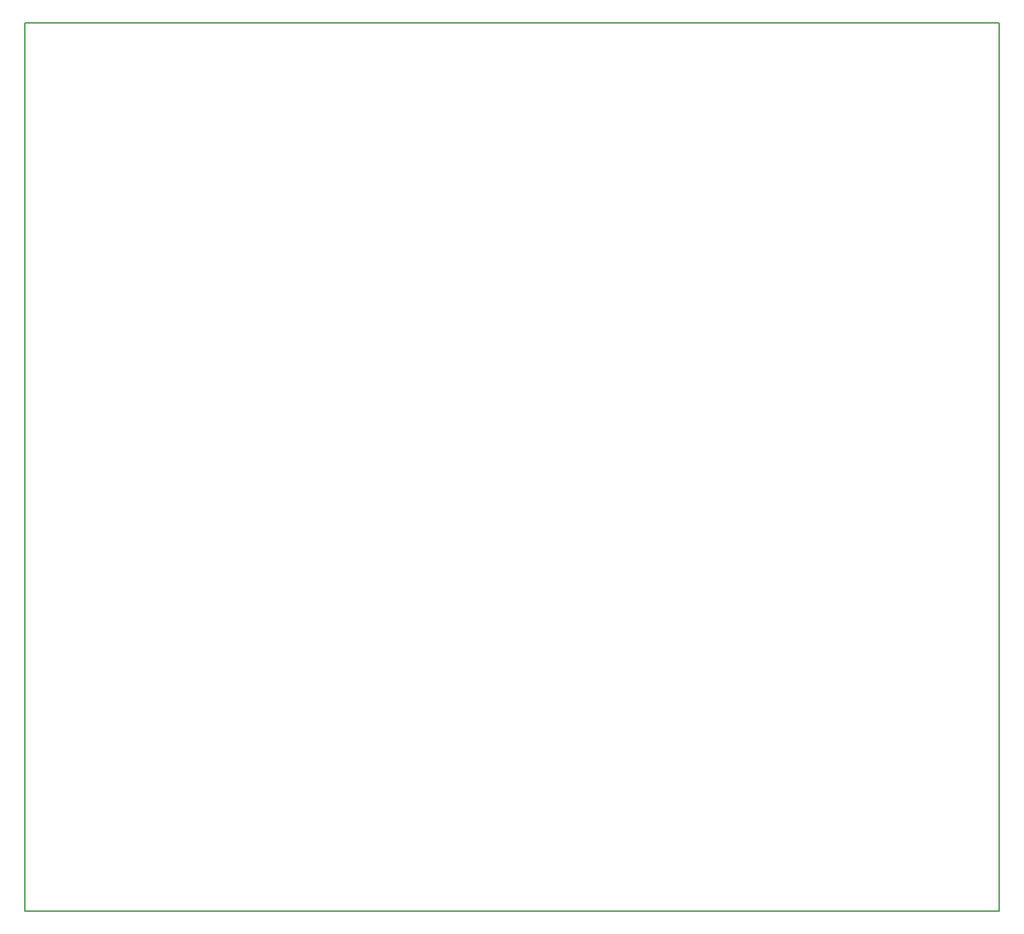
<source format=gko>
G04 Layer_Color=16711935*
%FSLAX43Y43*%
%MOMM*%
G71*
G01*
G75*
%ADD88C,0.200*%
D88*
X0Y0D02*
Y115000D01*
X126000D01*
Y0D02*
Y115000D01*
X0Y0D02*
X126000D01*
M02*

</source>
